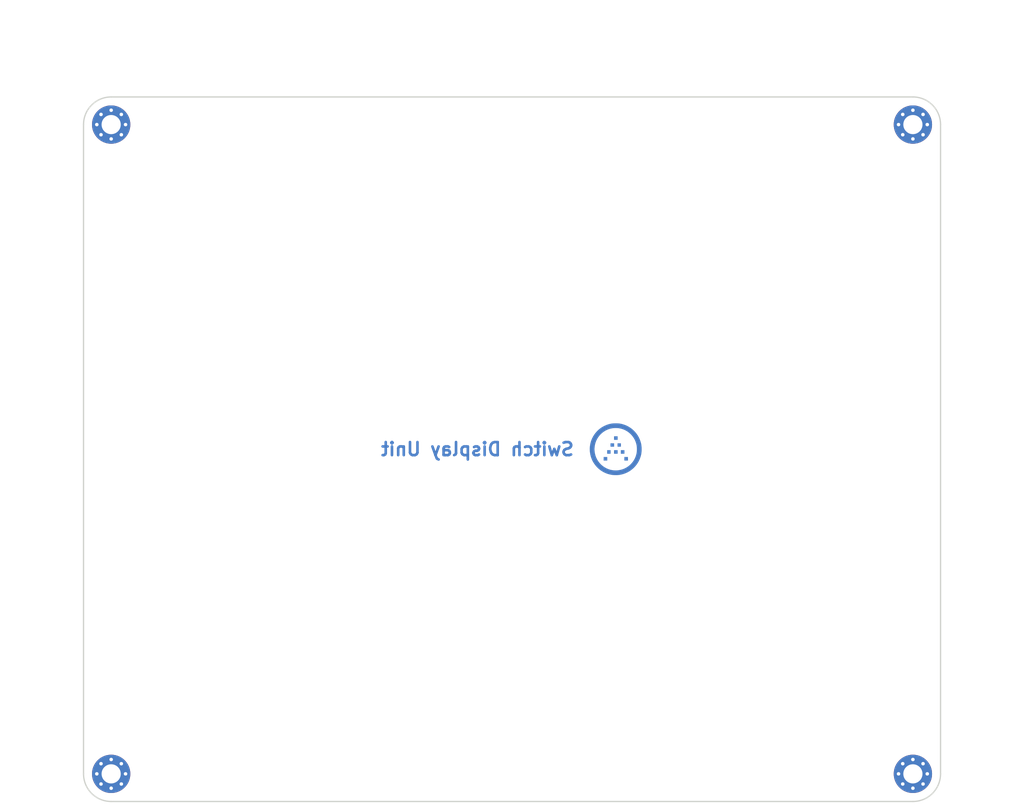
<source format=kicad_pcb>
(kicad_pcb (version 20221018) (generator pcbnew)
  (layers (0 "F.Cu" signal) (31 "B.Cu" signal) (34 "B.Paste" user) (35 "F.Paste" user) (36 "B.SilkS" user "B.Silkscreen") (37 "F.SilkS" user "F.Silkscreen") (38 "B.Mask" user) (39 "F.Mask" user) (44 "Edge.Cuts" user))
  (net 0 "")
  (footprint "Mounting_Holes:MountingHole_2.2mm_M2_Pad_Via" (layer "F.Cu") (at 39.6875 36.5125)
    (fp_text reference "REF**")
    (fp_text value "MountingHole_2.2mm_M2_Pad_Via")
    (pad "1" thru_hole circle (at -1.65 0) (size 0.7 0.7) (drill 0.4) (layers "*.Cu" "*.Mask"))
    (pad "1" thru_hole circle (at -1.166726 -1.166726) (size 0.7 0.7) (drill 0.4) (layers "*.Cu" "*.Mask"))
    (pad "1" thru_hole circle (at -1.166726 1.166726) (size 0.7 0.7) (drill 0.4) (layers "*.Cu" "*.Mask"))
    (pad "1" thru_hole circle (at 0 -1.65) (size 0.7 0.7) (drill 0.4) (layers "*.Cu" "*.Mask"))
    (pad "1" thru_hole circle (at 0 0) (size 4.4 4.4) (drill 2.2) (layers "*.Cu" "*.Mask"))
    (pad "1" thru_hole circle (at 0 1.65) (size 0.7 0.7) (drill 0.4) (layers "*.Cu" "*.Mask"))
    (pad "1" thru_hole circle (at 1.166726 -1.166726) (size 0.7 0.7) (drill 0.4) (layers "*.Cu" "*.Mask"))
    (pad "1" thru_hole circle (at 1.166726 1.166726) (size 0.7 0.7) (drill 0.4) (layers "*.Cu" "*.Mask"))
    (pad "1" thru_hole circle (at 1.65 0) (size 0.7 0.7) (drill 0.4) (layers "*.Cu" "*.Mask"))
  )
  (footprint "Mounting_Holes:MountingHole_2.2mm_M2_Pad_Via" (layer "F.Cu") (at 131.7625 36.5125)
    (fp_text reference "REF**")
    (fp_text value "MountingHole_2.2mm_M2_Pad_Via")
    (pad "1" thru_hole circle (at -1.65 0) (size 0.7 0.7) (drill 0.4) (layers "*.Cu" "*.Mask"))
    (pad "1" thru_hole circle (at -1.166726 -1.166726) (size 0.7 0.7) (drill 0.4) (layers "*.Cu" "*.Mask"))
    (pad "1" thru_hole circle (at -1.166726 1.166726) (size 0.7 0.7) (drill 0.4) (layers "*.Cu" "*.Mask"))
    (pad "1" thru_hole circle (at 0 -1.65) (size 0.7 0.7) (drill 0.4) (layers "*.Cu" "*.Mask"))
    (pad "1" thru_hole circle (at 0 0) (size 4.4 4.4) (drill 2.2) (layers "*.Cu" "*.Mask"))
    (pad "1" thru_hole circle (at 0 1.65) (size 0.7 0.7) (drill 0.4) (layers "*.Cu" "*.Mask"))
    (pad "1" thru_hole circle (at 1.166726 -1.166726) (size 0.7 0.7) (drill 0.4) (layers "*.Cu" "*.Mask"))
    (pad "1" thru_hole circle (at 1.166726 1.166726) (size 0.7 0.7) (drill 0.4) (layers "*.Cu" "*.Mask"))
    (pad "1" thru_hole circle (at 1.65 0) (size 0.7 0.7) (drill 0.4) (layers "*.Cu" "*.Mask"))
  )
  (footprint "Mounting_Holes:MountingHole_2.2mm_M2_Pad_Via" (layer "F.Cu") (at 131.7625 111.125)
    (fp_text reference "REF**")
    (fp_text value "MountingHole_2.2mm_M2_Pad_Via")
    (pad "1" thru_hole circle (at -1.65 0) (size 0.7 0.7) (drill 0.4) (layers "*.Cu" "*.Mask"))
    (pad "1" thru_hole circle (at -1.166726 -1.166726) (size 0.7 0.7) (drill 0.4) (layers "*.Cu" "*.Mask"))
    (pad "1" thru_hole circle (at -1.166726 1.166726) (size 0.7 0.7) (drill 0.4) (layers "*.Cu" "*.Mask"))
    (pad "1" thru_hole circle (at 0 -1.65) (size 0.7 0.7) (drill 0.4) (layers "*.Cu" "*.Mask"))
    (pad "1" thru_hole circle (at 0 0) (size 4.4 4.4) (drill 2.2) (layers "*.Cu" "*.Mask"))
    (pad "1" thru_hole circle (at 0 1.65) (size 0.7 0.7) (drill 0.4) (layers "*.Cu" "*.Mask"))
    (pad "1" thru_hole circle (at 1.166726 -1.166726) (size 0.7 0.7) (drill 0.4) (layers "*.Cu" "*.Mask"))
    (pad "1" thru_hole circle (at 1.166726 1.166726) (size 0.7 0.7) (drill 0.4) (layers "*.Cu" "*.Mask"))
    (pad "1" thru_hole circle (at 1.65 0) (size 0.7 0.7) (drill 0.4) (layers "*.Cu" "*.Mask"))
  )
  (footprint "Mounting_Holes:MountingHole_2.2mm_M2_Pad_Via" (layer "F.Cu") (at 39.6875 111.125)
    (fp_text reference "REF**")
    (fp_text value "MountingHole_2.2mm_M2_Pad_Via")
    (pad "1" thru_hole circle (at -1.65 0) (size 0.7 0.7) (drill 0.4) (layers "*.Cu" "*.Mask"))
    (pad "1" thru_hole circle (at -1.166726 -1.166726) (size 0.7 0.7) (drill 0.4) (layers "*.Cu" "*.Mask"))
    (pad "1" thru_hole circle (at -1.166726 1.166726) (size 0.7 0.7) (drill 0.4) (layers "*.Cu" "*.Mask"))
    (pad "1" thru_hole circle (at 0 -1.65) (size 0.7 0.7) (drill 0.4) (layers "*.Cu" "*.Mask"))
    (pad "1" thru_hole circle (at 0 0) (size 4.4 4.4) (drill 2.2) (layers "*.Cu" "*.Mask"))
    (pad "1" thru_hole circle (at 0 1.65) (size 0.7 0.7) (drill 0.4) (layers "*.Cu" "*.Mask"))
    (pad "1" thru_hole circle (at 1.166726 -1.166726) (size 0.7 0.7) (drill 0.4) (layers "*.Cu" "*.Mask"))
    (pad "1" thru_hole circle (at 1.166726 1.166726) (size 0.7 0.7) (drill 0.4) (layers "*.Cu" "*.Mask"))
    (pad "1" thru_hole circle (at 1.65 0) (size 0.7 0.7) (drill 0.4) (layers "*.Cu" "*.Mask"))
  )
  (footprint "locallib:ai-ring-6mm-Combined" (layer "B.Cu") (at 97.63125 73.81875 180)
    (fp_text reference "G***" hide)
    (fp_text value "LOGO" hide)
    (fp_poly (pts (xy -1.000125 -1.30175) (xy -1.404937 -1.30175) (xy -1.404937 -0.896938) (xy -1.000125 -0.896938) (xy -1.000125 -1.30175)) (stroke (width 0.01)) (fill solid) (layer "B.Cu"))
    (fp_poly (pts (xy -0.595312 -0.515938) (xy -1.000125 -0.515938) (xy -1.000125 -0.111125) (xy -0.595312 -0.111125) (xy -0.595312 -0.515938)) (stroke (width 0.01)) (fill solid) (layer "B.Cu"))
    (fp_poly (pts (xy -0.214312 0.293687) (xy -0.595312 0.293687) (xy -0.595312 0.674687) (xy -0.214312 0.674687) (xy -0.214312 0.293687)) (stroke (width 0.01)) (fill solid) (layer "B.Cu"))
    (fp_poly (pts (xy 0.1905 -0.515938) (xy -0.214312 -0.515938) (xy -0.214312 -0.111125) (xy 0.1905 -0.111125) (xy 0.1905 -0.515938)) (stroke (width 0.01)) (fill solid) (layer "B.Cu"))
    (fp_poly (pts (xy 0.1905 1.0795) (xy -0.214312 1.0795) (xy -0.214312 1.484312) (xy 0.1905 1.484312) (xy 0.1905 1.0795)) (stroke (width 0.01)) (fill solid) (layer "B.Cu"))
    (fp_poly (pts (xy 0.595313 0.293687) (xy 0.1905 0.293687) (xy 0.1905 0.674687) (xy 0.595313 0.674687) (xy 0.595313 0.293687)) (stroke (width 0.01)) (fill solid) (layer "B.Cu"))
    (fp_poly (pts (xy 0.976313 -0.515938) (xy 0.595313 -0.515938) (xy 0.595313 -0.111125) (xy 0.976313 -0.111125) (xy 0.976313 -0.515938)) (stroke (width 0.01)) (fill solid) (layer "B.Cu"))
    (fp_poly (pts (xy 1.381125 -1.30175) (xy 0.976313 -1.30175) (xy 0.976313 -0.896938) (xy 1.381125 -0.896938) (xy 1.381125 -1.30175)) (stroke (width 0.01)) (fill solid) (layer "B.Cu"))
    (fp_poly (pts (xy 0.003969 2.971955) (xy 0.128087 2.970585) (xy 0.239799 2.966428) (xy 0.342392 2.959081) (xy 0.439156 2.94814) (xy 0.533378 2.933202) (xy 0.628347 2.913863) (xy 0.727351 2.889719) (xy 0.77263 2.877582) (xy 0.981177 2.812344) (xy 1.183265 2.733008) (xy 1.378128 2.639972) (xy 1.564999 2.533632) (xy 1.743114 2.414384) (xy 1.89526 2.296383) (xy 2.052928 2.155658) (xy 2.200265 2.004213) (xy 2.336586 1.843115) (xy 2.461208 1.673433) (xy 2.573447 1.496234) (xy 2.67262 1.312584) (xy 2.758042 1.123553) (xy 2.82903 0.930207) (xy 2.877784 0.762197) (xy 2.910855 0.622211) (xy 2.936215 0.490275) (xy 2.954607 0.361003) (xy 2.966775 0.229007) (xy 2.973461 0.0889) (xy 2.974114 0.0635) (xy 2.971395 -0.154797) (xy 2.9532 -0.36958) (xy 2.919535 -0.580821) (xy 2.870406 -0.788489) (xy 2.805819 -0.992555) (xy 2.741622 -1.156487) (xy 2.713539 -1.221752) (xy 2.689477 -1.27591) (xy 2.667608 -1.322613) (xy 2.646107 -1.365513) (xy 2.623146 -1.408263) (xy 2.5969 -1.454515) (xy 2.567775 -1.504156) (xy 2.448556 -1.690427) (xy 2.318452 -1.865153) (xy 2.177329 -2.028465) (xy 2.025055 -2.180496) (xy 1.861497 -2.32138) (xy 1.686524 -2.451248) (xy 1.504156 -2.567775) (xy 1.451327 -2.598744) (xy 1.405414 -2.624721) (xy 1.362765 -2.647531) (xy 1.319728 -2.669001) (xy 1.272651 -2.690957) (xy 1.217881 -2.715225) (xy 1.156487 -2.741622) (xy 1.060254 -2.781169) (xy 0.971536 -2.814208) (xy 0.884422 -2.842695) (xy 0.792998 -2.868589) (xy 0.710406 -2.889322) (xy 0.54589 -2.924876) (xy 0.388795 -2.950553) (xy 0.234567 -2.966893) (xy 0.078649 -2.974436) (xy -0.011906 -2.975013) (xy -0.063125 -2.974498) (xy -0.111246 -2.973793) (xy -0.153126 -2.97296) (xy -0.185622 -2.972063) (xy -0.20559 -2.971165) (xy -0.206375 -2.971109) (xy -0.422549 -2.947157) (xy -0.635306 -2.90817) (xy -0.843787 -2.854467) (xy -1.047132 -2.786363) (xy -1.244484 -2.704176) (xy -1.434982 -2.608225) (xy -1.617768 -2.498826) (xy -1.768724 -2.393796) (xy -1.941651 -2.255449) (xy -2.102335 -2.107088) (xy -2.250549 -1.949039) (xy -2.386071 -1.781632) (xy -2.508676 -1.605194) (xy -2.618139 -1.420052) (xy -2.714237 -1.226535) (xy -2.796744 -1.024971) (xy -2.865437 -0.815688) (xy -2.877582 -0.77263) (xy -2.903948 -0.670835) (xy -2.925333 -0.574511) (xy -2.942141 -0.480367) (xy -2.954775 -0.385117) (xy -2.96364 -0.28547) (xy -2.969138 -0.17814) (xy -2.971674 -0.059836) (xy -2.971955 -0.003969) (xy -2.97128 0.051392) (xy -2.439206 0.051392) (xy -2.439103 -0.028746) (xy -2.437437 -0.10841) (xy -2.434241 -0.183537) (xy -2.429544 -0.25006) (xy -2.425824 -0.28575) (xy -2.39395 -0.483048) (xy -2.347299 -0.674663) (xy -2.286049 -0.860222) (xy -2.210381 -1.039349) (xy -2.120473 -1.211669) (xy -2.016506 -1.376809) (xy -1.898659 -1.534393) (xy -1.767112 -1.684047) (xy -1.744776 -1.70726) (xy -1.610542 -1.834334) (xy -1.46484 -1.95227) (xy -1.310369 -2.05909) (xy -1.149831 -2.152816) (xy -1.104042 -2.176504) (xy -1.029634 -2.213153) (xy -0.964393 -2.243372) (xy -0.903896 -2.26894) (xy -0.843722 -2.291634) (xy -0.779449 -2.313233) (xy -0.714375 -2.333227) (xy -0.525162 -2.38264) (xy -0.339411 -2.417091) (xy -0.155673 -2.436714) (xy 0.027503 -2.441642) (xy 0.211564 -2.432011) (xy 0.278106 -2.425031) (xy 0.465438 -2.396087) (xy 0.645019 -2.354278) (xy 0.819357 -2.298854) (xy 0.990959 -2.229064) (xy 1.087916 -2.182866) (xy 1.258548 -2.089447) (xy 1.417964 -1.985712) (xy 1.566922 -1.870974) (xy 1.706179 -1.74455) (xy 1.836494 -1.605754) (xy 1.958624 -1.453903) (xy 2.066892 -1.298259) (xy 2.092018 -1.257068) (xy 2.121341 -1.20494) (xy 2.153041 -1.145496) (xy 2.185299 -1.082356) (xy 2.216293 -1.01914) (xy 2.244206 -0.959467) (xy 2.267215 -0.906957) (xy 2.280653 -0.873125) (xy 2.34352 -0.681584) (xy 2.390916 -0.488845) (xy 2.4228 -0.29545) (xy 2.43913 -0.10194) (xy 2.439868 0.091143) (xy 2.424972 0.283258) (xy 2.394402 0.473864) (xy 2.384599 0.519906) (xy 2.35095 0.656199) (xy 2.312642 0.782382) (xy 2.267704 0.903993) (xy 2.214163 1.026568) (xy 2.176504 1.104042) (xy 2.082799 1.27289) (xy 1.975974 1.433327) (xy 1.856798 1.584632) (xy 1.726037 1.726086) (xy 1.58446 1.856969) (xy 1.432834 1.97656) (xy 1.271927 2.08414) (xy 1.102507 2.178989) (xy 0.958325 2.24652) (xy 0.786697 2.312915) (xy 0.614143 2.364913) (xy 0.438656 2.402922) (xy 0.258226 2.427349) (xy 0.070845 2.438603) (xy 0.007938 2.439493) (xy -0.190157 2.433123) (xy -0.381785 2.412478) (xy -0.567719 2.377327) (xy -0.748735 2.327433) (xy -0.925606 2.262565) (xy -1.099106 2.182487) (xy -1.270009 2.086965) (xy -1.370706 2.022756) (xy -1.510139 1.921228) (xy -1.644337 1.806722) (xy -1.771659 1.681161) (xy -1.890465 1.546469) (xy -1.999114 1.404569) (xy -2.095965 1.257385) (xy -2.179378 1.106839) (xy -2.214174 1.03392) (xy -2.275577 0.889061) (xy -2.325808 0.749822) (xy -2.366065 0.611874) (xy -2.397544 0.470886) (xy -2.421444 0.322529) (xy -2.429845 0.254) (xy -2.434608 0.19683) (xy -2.437718 0.127939) (xy -2.439206 0.051392) (xy -2.97128 0.051392) (xy -2.97021 0.139027) (xy -2.964336 0.269894) (xy -2.953762 0.391975) (xy -2.937915 0.508615) (xy -2.916223 0.623156) (xy -2.888113 0.738941) (xy -2.853014 0.859313) (xy -2.810353 0.987616) (xy -2.794659 1.031875) (xy -2.716274 1.226594) (xy -2.623434 1.414928) (xy -2.516328 1.596615) (xy -2.395148 1.771392) (xy -2.260083 1.938997) (xy -2.111326 2.099167) (xy -1.949067 2.25164) (xy -1.842229 2.341821) (xy -1.7564 2.407314) (xy -1.658861 2.47464) (xy -1.553252 2.541588) (xy -1.443214 2.605945) (xy -1.332387 2.6655) (xy -1.224411 2.718042) (xy -1.218406 2.720785) (xy -1.148446 2.750658) (xy -1.067265 2.782044) (xy -0.979233 2.813464) (xy -0.888721 2.843438) (xy -0.800099 2.870489) (xy -0.717736 2.893136) (xy -0.68585 2.901029) (xy -0.592625 2.921797) (xy -0.503651 2.938457) (xy -0.415647 2.951348) (xy -0.325331 2.960805) (xy -0.229422 2.967168) (xy -0.12464 2.970772) (xy -0.007705 2.971956) (xy 0.003969 2.971955)) (stroke (width 0.01)) (fill solid) (layer "B.Cu"))
  )
  (gr_arc (start 36.5125 36.5125) (mid 37.442436 34.267436) (end 39.6875 33.3375) (stroke (width 0.15)) (layer "Edge.Cuts"))
  (gr_arc (start 39.6875 114.3) (mid 37.442436 113.370064) (end 36.5125 111.125) (stroke (width 0.15)) (layer "Edge.Cuts"))
  (gr_line (start 39.6875 114.3) (end 131.7625 114.3) (stroke (width 0.15)) (layer "Edge.Cuts"))
  (gr_line (start 36.5125 36.5125) (end 36.5125 111.125) (stroke (width 0.15)) (layer "Edge.Cuts"))
  (gr_line (start 134.9375 111.125) (end 134.9375 36.5125) (stroke (width 0.15)) (layer "Edge.Cuts"))
  (gr_arc (start 131.7625 33.3375) (mid 134.007564 34.267436) (end 134.9375 36.5125) (stroke (width 0.15)) (layer "Edge.Cuts"))
  (gr_arc (start 134.9375 111.125) (mid 134.007564 113.370064) (end 131.7625 114.3) (stroke (width 0.15)) (layer "Edge.Cuts"))
  (gr_line (start 39.6875 33.3375) (end 131.7625 33.3375) (stroke (width 0.15)) (layer "Edge.Cuts"))
  (gr_text "Switch Display Unit" (at 81.75625 73.81875) (layer "B.Cu") (effects (font (size 1.5 1.5) (thickness 0.3)) (justify mirror)))
)
</source>
